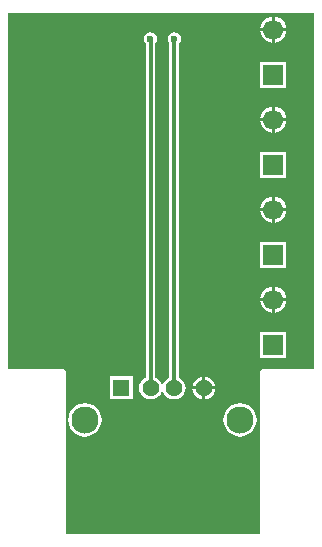
<source format=gbl>
G04*
G04 #@! TF.GenerationSoftware,Altium Limited,Altium NEXUS,2.1.5 (53)*
G04*
G04 Layer_Physical_Order=2*
G04 Layer_Color=16711680*
%FSLAX44Y44*%
%MOMM*%
G71*
G01*
G75*
%ADD58C,0.3000*%
%ADD61C,2.3000*%
%ADD62C,1.4280*%
%ADD63R,1.4280X1.4280*%
%ADD64R,1.7000X1.7000*%
%ADD65C,1.7000*%
%ADD66C,0.6000*%
G36*
X263091Y143309D02*
X220980Y143309D01*
X219599Y143035D01*
X218428Y142252D01*
X217645Y141081D01*
X217371Y139700D01*
X217371Y3609D01*
X53139D01*
Y139700D01*
X52865Y141081D01*
X52082Y142252D01*
X50911Y143035D01*
X49530Y143309D01*
X3609D01*
Y444500D01*
X263091D01*
Y143309D01*
D02*
G37*
%LPC*%
G36*
X229870Y441498D02*
Y431800D01*
X239568D01*
X239356Y433412D01*
X238243Y436098D01*
X236474Y438404D01*
X234168Y440173D01*
X231482Y441286D01*
X229870Y441498D01*
D02*
G37*
G36*
X227330D02*
X225718Y441286D01*
X223032Y440173D01*
X220726Y438404D01*
X218957Y436098D01*
X217844Y433412D01*
X217632Y431800D01*
X227330D01*
Y441498D01*
D02*
G37*
G36*
X239568Y429260D02*
X229870D01*
Y419562D01*
X231482Y419774D01*
X234168Y420887D01*
X236474Y422656D01*
X238243Y424962D01*
X239356Y427648D01*
X239568Y429260D01*
D02*
G37*
G36*
X227330D02*
X217632D01*
X217844Y427648D01*
X218957Y424962D01*
X220726Y422656D01*
X223032Y420887D01*
X225718Y419774D01*
X227330Y419562D01*
Y429260D01*
D02*
G37*
G36*
X239640Y403470D02*
X217560D01*
Y381390D01*
X239640D01*
Y403470D01*
D02*
G37*
G36*
X229870Y365298D02*
Y355600D01*
X239568D01*
X239356Y357212D01*
X238243Y359898D01*
X236474Y362204D01*
X234168Y363973D01*
X231482Y365086D01*
X229870Y365298D01*
D02*
G37*
G36*
X227330D02*
X225718Y365086D01*
X223032Y363973D01*
X220726Y362204D01*
X218957Y359898D01*
X217844Y357212D01*
X217632Y355600D01*
X227330D01*
Y365298D01*
D02*
G37*
G36*
X239568Y353060D02*
X229870D01*
Y343362D01*
X231482Y343574D01*
X234168Y344687D01*
X236474Y346456D01*
X238243Y348762D01*
X239356Y351448D01*
X239568Y353060D01*
D02*
G37*
G36*
X227330D02*
X217632D01*
X217844Y351448D01*
X218957Y348762D01*
X220726Y346456D01*
X223032Y344687D01*
X225718Y343574D01*
X227330Y343362D01*
Y353060D01*
D02*
G37*
G36*
X239640Y327270D02*
X217560D01*
Y305190D01*
X239640D01*
Y327270D01*
D02*
G37*
G36*
X229870Y289098D02*
Y279400D01*
X239568D01*
X239356Y281012D01*
X238243Y283698D01*
X236474Y286004D01*
X234168Y287773D01*
X231482Y288886D01*
X229870Y289098D01*
D02*
G37*
G36*
X227330D02*
X225718Y288886D01*
X223032Y287773D01*
X220726Y286004D01*
X218957Y283698D01*
X217844Y281012D01*
X217632Y279400D01*
X227330D01*
Y289098D01*
D02*
G37*
G36*
X239568Y276860D02*
X229870D01*
Y267162D01*
X231482Y267374D01*
X234168Y268487D01*
X236474Y270256D01*
X238243Y272562D01*
X239356Y275248D01*
X239568Y276860D01*
D02*
G37*
G36*
X227330D02*
X217632D01*
X217844Y275248D01*
X218957Y272562D01*
X220726Y270256D01*
X223032Y268487D01*
X225718Y267374D01*
X227330Y267162D01*
Y276860D01*
D02*
G37*
G36*
X239640Y251070D02*
X217560D01*
Y228990D01*
X239640D01*
Y251070D01*
D02*
G37*
G36*
X229870Y212898D02*
Y203200D01*
X239568D01*
X239356Y204812D01*
X238243Y207498D01*
X236474Y209804D01*
X234168Y211573D01*
X231482Y212686D01*
X229870Y212898D01*
D02*
G37*
G36*
X227330D02*
X225718Y212686D01*
X223032Y211573D01*
X220726Y209804D01*
X218957Y207498D01*
X217844Y204812D01*
X217632Y203200D01*
X227330D01*
Y212898D01*
D02*
G37*
G36*
X239568Y200660D02*
X229870D01*
Y190962D01*
X231482Y191174D01*
X234168Y192287D01*
X236474Y194056D01*
X238243Y196362D01*
X239356Y199048D01*
X239568Y200660D01*
D02*
G37*
G36*
X227330D02*
X217632D01*
X217844Y199048D01*
X218957Y196362D01*
X220726Y194056D01*
X223032Y192287D01*
X225718Y191174D01*
X227330Y190962D01*
Y200660D01*
D02*
G37*
G36*
X239640Y174870D02*
X217560D01*
Y152790D01*
X239640D01*
Y174870D01*
D02*
G37*
G36*
X144780Y428559D02*
X142618Y428129D01*
X140786Y426904D01*
X139561Y425072D01*
X139131Y422910D01*
X139561Y420748D01*
X140501Y419342D01*
Y136101D01*
X139738Y135786D01*
X137716Y134234D01*
X136165Y132212D01*
X135280Y130075D01*
X134620Y129958D01*
X133960Y130075D01*
X133076Y132212D01*
X131524Y134234D01*
X129502Y135786D01*
X128739Y136101D01*
Y419342D01*
X129679Y420748D01*
X130108Y422910D01*
X129679Y425072D01*
X128454Y426904D01*
X126622Y428129D01*
X124460Y428559D01*
X122298Y428129D01*
X120466Y426904D01*
X119241Y425072D01*
X118812Y422910D01*
X119241Y420748D01*
X120466Y418916D01*
X120501Y418893D01*
Y136101D01*
X119738Y135786D01*
X117716Y134234D01*
X116165Y132212D01*
X115189Y129857D01*
X114857Y127330D01*
X115189Y124803D01*
X116165Y122448D01*
X117716Y120426D01*
X119738Y118875D01*
X122093Y117899D01*
X124620Y117566D01*
X127147Y117899D01*
X129502Y118875D01*
X131524Y120426D01*
X133076Y122448D01*
X133960Y124585D01*
X134620Y124702D01*
X135280Y124585D01*
X136165Y122448D01*
X137716Y120426D01*
X139738Y118875D01*
X142093Y117899D01*
X144620Y117566D01*
X147147Y117899D01*
X149502Y118875D01*
X151524Y120426D01*
X153076Y122448D01*
X154051Y124803D01*
X154383Y127330D01*
X154051Y129857D01*
X153076Y132212D01*
X151524Y134234D01*
X149502Y135786D01*
X148739Y136101D01*
Y418893D01*
X148774Y418916D01*
X149999Y420748D01*
X150428Y422910D01*
X149999Y425072D01*
X148774Y426904D01*
X146942Y428129D01*
X144780Y428559D01*
D02*
G37*
G36*
X170890Y136926D02*
Y128600D01*
X179216D01*
X179051Y129857D01*
X178076Y132212D01*
X176524Y134234D01*
X174502Y135786D01*
X172147Y136761D01*
X170890Y136926D01*
D02*
G37*
G36*
X168350D02*
X167093Y136761D01*
X164738Y135786D01*
X162716Y134234D01*
X161164Y132212D01*
X160189Y129857D01*
X160024Y128600D01*
X168350D01*
Y136926D01*
D02*
G37*
G36*
X179216Y126060D02*
X170890D01*
Y117734D01*
X172147Y117899D01*
X174502Y118875D01*
X176524Y120426D01*
X178076Y122448D01*
X179051Y124803D01*
X179216Y126060D01*
D02*
G37*
G36*
X168350D02*
X160024D01*
X160189Y124803D01*
X161164Y122448D01*
X162716Y120426D01*
X164738Y118875D01*
X167093Y117899D01*
X168350Y117734D01*
Y126060D01*
D02*
G37*
G36*
X109300Y137010D02*
X89940D01*
Y117650D01*
X109300D01*
Y137010D01*
D02*
G37*
G36*
X200320Y114391D02*
X196655Y113909D01*
X193239Y112494D01*
X190307Y110243D01*
X188056Y107311D01*
X186641Y103895D01*
X186159Y100230D01*
X186641Y96565D01*
X188056Y93149D01*
X190307Y90217D01*
X193239Y87966D01*
X196655Y86551D01*
X200320Y86069D01*
X203985Y86551D01*
X207401Y87966D01*
X210333Y90217D01*
X212584Y93149D01*
X213999Y96565D01*
X214481Y100230D01*
X213999Y103895D01*
X212584Y107311D01*
X210333Y110243D01*
X207401Y112494D01*
X203985Y113909D01*
X200320Y114391D01*
D02*
G37*
G36*
X68920D02*
X65255Y113909D01*
X61839Y112494D01*
X58907Y110243D01*
X56656Y107311D01*
X55241Y103895D01*
X54759Y100230D01*
X55241Y96565D01*
X56656Y93149D01*
X58907Y90217D01*
X61839Y87966D01*
X65255Y86551D01*
X68920Y86069D01*
X72585Y86551D01*
X76001Y87966D01*
X78933Y90217D01*
X81184Y93149D01*
X82599Y96565D01*
X83081Y100230D01*
X82599Y103895D01*
X81184Y107311D01*
X78933Y110243D01*
X76001Y112494D01*
X72585Y113909D01*
X68920Y114391D01*
D02*
G37*
%LPD*%
D58*
X144620Y422750D02*
X144780Y422910D01*
X144620Y127330D02*
Y422750D01*
X124460Y422910D02*
X124620Y422750D01*
Y127330D02*
Y422750D01*
D61*
X200320Y100230D02*
D03*
X68920D02*
D03*
D62*
X169620Y127330D02*
D03*
X144620D02*
D03*
X124620D02*
D03*
D63*
X99620D02*
D03*
D64*
X228600Y163830D02*
D03*
Y240030D02*
D03*
Y392430D02*
D03*
Y316230D02*
D03*
D65*
Y201930D02*
D03*
Y278130D02*
D03*
Y430530D02*
D03*
Y354330D02*
D03*
D66*
X144780Y422910D02*
D03*
X124460D02*
D03*
X29210Y332740D02*
D03*
X250000Y425000D02*
D03*
Y375000D02*
D03*
Y325000D02*
D03*
Y275000D02*
D03*
Y225000D02*
D03*
Y175000D02*
D03*
X225000Y375000D02*
D03*
X237500Y300000D02*
D03*
X225000Y225000D02*
D03*
X200000Y425000D02*
D03*
Y375000D02*
D03*
X212500Y350000D02*
D03*
X200000Y325000D02*
D03*
X212500Y300000D02*
D03*
X200000Y275000D02*
D03*
X212500Y250000D02*
D03*
X200000Y225000D02*
D03*
X212500Y200000D02*
D03*
Y150000D02*
D03*
X200000Y125000D02*
D03*
Y75000D02*
D03*
X212500Y50000D02*
D03*
X200000Y25000D02*
D03*
X175000Y425000D02*
D03*
X187500Y400000D02*
D03*
Y300000D02*
D03*
X175000Y225000D02*
D03*
X187500Y150000D02*
D03*
X175000Y75000D02*
D03*
X187500Y50000D02*
D03*
X175000Y25000D02*
D03*
X162500Y400000D02*
D03*
Y300000D02*
D03*
Y150000D02*
D03*
Y100000D02*
D03*
X150000Y75000D02*
D03*
X162500Y50000D02*
D03*
X150000Y25000D02*
D03*
X137500Y100000D02*
D03*
X125000Y75000D02*
D03*
X137500Y50000D02*
D03*
X125000Y25000D02*
D03*
X112500Y400000D02*
D03*
Y350000D02*
D03*
X100000Y175000D02*
D03*
X112500Y100000D02*
D03*
X100000Y75000D02*
D03*
X112500Y50000D02*
D03*
X100000Y25000D02*
D03*
X75000Y425000D02*
D03*
X87500Y400000D02*
D03*
Y350000D02*
D03*
X75000Y225000D02*
D03*
X87500Y150000D02*
D03*
X75000Y125000D02*
D03*
X87500Y100000D02*
D03*
X75000Y75000D02*
D03*
X87500Y50000D02*
D03*
X75000Y25000D02*
D03*
X62500Y350000D02*
D03*
Y300000D02*
D03*
X50000Y175000D02*
D03*
X62500Y150000D02*
D03*
Y50000D02*
D03*
X25000Y375000D02*
D03*
Y225000D02*
D03*
X37500Y200000D02*
D03*
X25000Y175000D02*
D03*
X37500Y150000D02*
D03*
M02*

</source>
